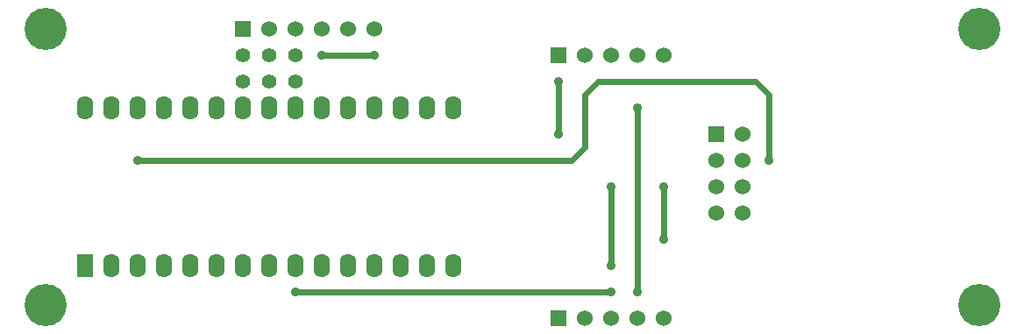
<source format=gtl>
G04 (created by PCBNEW (2013-jul-07)-stable) date wo 25 sep 2013 09:33:20 CEST*
%MOIN*%
G04 Gerber Fmt 3.4, Leading zero omitted, Abs format*
%FSLAX34Y34*%
G01*
G70*
G90*
G04 APERTURE LIST*
%ADD10C,0.00590551*%
%ADD11C,0.055*%
%ADD12R,0.06X0.06*%
%ADD13C,0.06*%
%ADD14R,0.062X0.09*%
%ADD15O,0.062X0.09*%
%ADD16C,0.16*%
%ADD17C,0.035*%
%ADD18C,0.024*%
G04 APERTURE END LIST*
G54D10*
G54D11*
X26000Y-19500D03*
X26000Y-20500D03*
X27000Y-19500D03*
X27000Y-20500D03*
X28000Y-19500D03*
X28000Y-20500D03*
G54D12*
X38000Y-19500D03*
G54D13*
X39000Y-19500D03*
X40000Y-19500D03*
X41000Y-19500D03*
X42000Y-19500D03*
G54D12*
X38000Y-29500D03*
G54D13*
X39000Y-29500D03*
X40000Y-29500D03*
X41000Y-29500D03*
X42000Y-29500D03*
G54D12*
X44000Y-22500D03*
G54D13*
X45000Y-22500D03*
X44000Y-23500D03*
X45000Y-23500D03*
X44000Y-24500D03*
X45000Y-24500D03*
X44000Y-25500D03*
X45000Y-25500D03*
G54D12*
X26000Y-18500D03*
G54D13*
X27000Y-18500D03*
X28000Y-18500D03*
X29000Y-18500D03*
X30000Y-18500D03*
X31000Y-18500D03*
G54D14*
X20000Y-27500D03*
G54D15*
X21000Y-27500D03*
X22000Y-27500D03*
X23000Y-27500D03*
X24000Y-27500D03*
X25000Y-27500D03*
X26000Y-27500D03*
X27000Y-27500D03*
X28000Y-27500D03*
X29000Y-27500D03*
X30000Y-27500D03*
X31000Y-27500D03*
X32000Y-27500D03*
X33000Y-27500D03*
X34000Y-27500D03*
X34000Y-21500D03*
X33000Y-21500D03*
X32000Y-21500D03*
X31000Y-21500D03*
X30000Y-21500D03*
X29000Y-21500D03*
X28000Y-21500D03*
X27000Y-21500D03*
X26000Y-21500D03*
X25000Y-21500D03*
X24000Y-21500D03*
X23000Y-21500D03*
X22000Y-21500D03*
X21000Y-21500D03*
X20000Y-21500D03*
G54D16*
X54000Y-18500D03*
X54000Y-29000D03*
X18500Y-18500D03*
X18500Y-29000D03*
G54D17*
X31000Y-19500D03*
X29000Y-19500D03*
X38000Y-20500D03*
X38000Y-22500D03*
X46000Y-23500D03*
X22000Y-23500D03*
X41000Y-28500D03*
X41000Y-21500D03*
X42000Y-24500D03*
X42000Y-26500D03*
X40000Y-27500D03*
X40000Y-24500D03*
X40000Y-28500D03*
X28000Y-28500D03*
G54D18*
X29000Y-19500D02*
X31000Y-19500D01*
X38000Y-22500D02*
X38000Y-20500D01*
X22000Y-23500D02*
X22500Y-23500D01*
X22500Y-23500D02*
X38500Y-23500D01*
X38500Y-23500D02*
X39000Y-23000D01*
X39000Y-23000D02*
X39000Y-21000D01*
X39000Y-21000D02*
X39500Y-20500D01*
X39500Y-20500D02*
X45500Y-20500D01*
X45500Y-20500D02*
X46000Y-21000D01*
X46000Y-21000D02*
X46000Y-23500D01*
X41000Y-21500D02*
X41000Y-28500D01*
X42000Y-26500D02*
X42000Y-24500D01*
X40000Y-24500D02*
X40000Y-27500D01*
X28000Y-28500D02*
X40000Y-28500D01*
M02*

</source>
